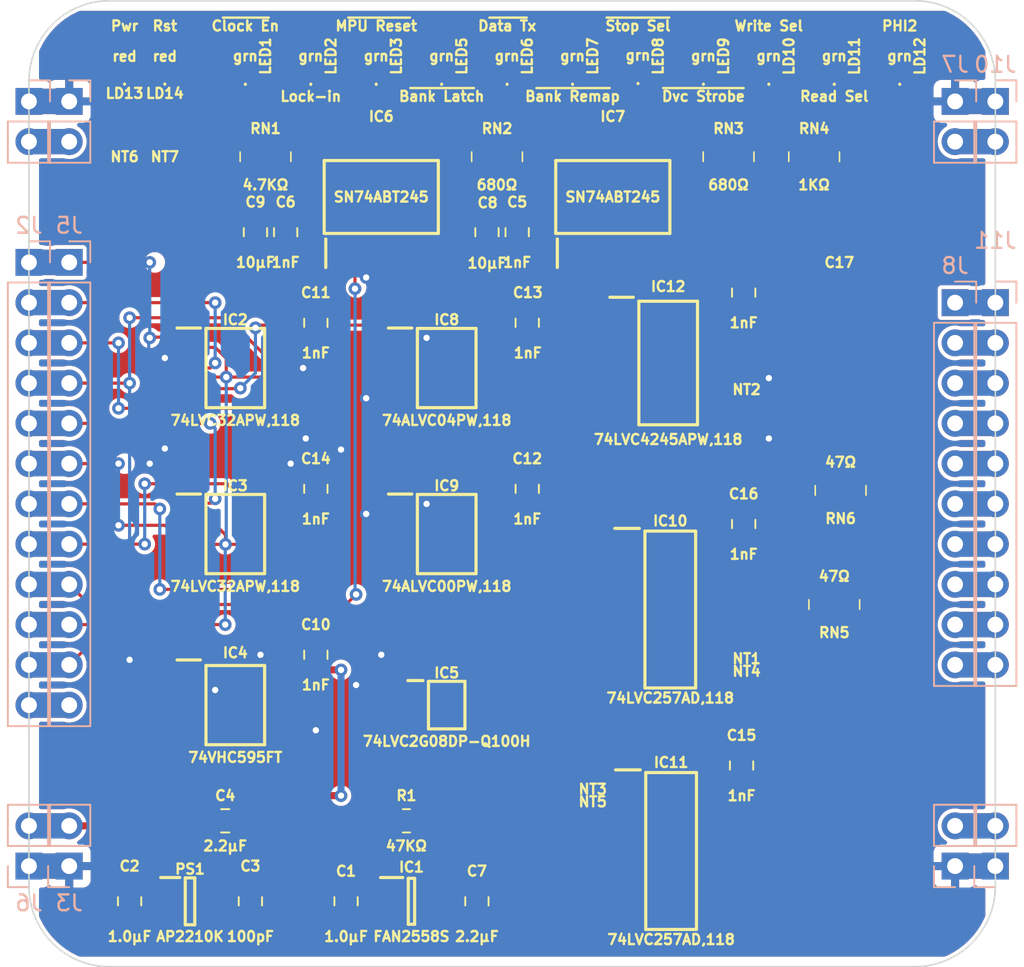
<source format=kicad_pcb>
(kicad_pcb (version 20211014) (generator pcbnew)
  (layers (0 "F.Cu" signal) (31 "B.Cu" signal) (34 "B.Paste" user) (35 "F.Paste" user) (37 "F.SilkS" user "F.Silkscreen") (38 "B.Mask" user) (39 "F.Mask" user) (44 "Edge.Cuts" user))
  (net 0 "")
  (net 1 "GND")
  (net 2 "/Source 5V")
  (net 3 "/~{Power Error}")
  (net 4 "/~{Select 0}")
  (net 5 "/~{Clock Enable}")
  (net 6 "/~{PHI2} Naked")
  (net 7 "/~{Select 1}")
  (net 8 "/~{Select 2}")
  (net 9 "/~{Select 3}")
  (net 10 "/~{Select 4}")
  (net 11 "/~{Select 5}")
  (net 12 "/~{Select 6}")
  (net 13 "/~{Select 7}")
  (net 16 "/Board ~{Reset}")
  (net 22 "/~{Reset}")
  (net 23 "/PHI2 ~{Reset}")
  (net 24 "/~{PHI2}_{1}")
  (net 25 "/Read Selector_{2}")
  (net 35 "Net-(IC6-Pad16)")
  (net 36 "Net-(IC6-Pad17)")
  (net 37 "Net-(IC6-Pad18)")
  (net 38 "/LED Enable")
  (net 39 "Net-(LD14-Pad1)")
  (net 40 "Net-(IC7-Pad11)")
  (net 41 "Net-(IC7-Pad12)")
  (net 42 "Net-(IC7-Pad13)")
  (net 43 "Net-(IC7-Pad14)")
  (net 44 "Net-(IC7-Pad15)")
  (net 45 "Net-(IC7-Pad16)")
  (net 46 "Net-(IC7-Pad17)")
  (net 47 "Net-(IC7-Pad18)")
  (net 48 "/~{Bank Latch}_{1}")
  (net 49 "/~{Bank Latch}_{2}")
  (net 58 "/~{Data Transmit}_{1}")
  (net 59 "/Write Selector_{1}")
  (net 60 "/Read Selector_{1}")
  (net 62 "/MPU Lock-in")
  (net 63 "/~{Bank Latch}")
  (net 64 "/~{Data Transmit}")
  (net 65 "/~{Read Bank Remap}")
  (net 66 "/~{Read Bank Remap}_{2}")
  (net 67 "/~{Read Bank Remap}_{1}")
  (net 69 "/~{Device Strobe}_{1}")
  (net 70 "/~{Device Strobe}_{2}")
  (net 71 "/~{Device Strobe}")
  (net 72 "/Write Selector")
  (net 73 "/Read Selector")
  (net 74 "/~{PHI2}")
  (net 75 "unconnected-(J1-Pad2)")
  (net 76 "unconnected-(J2-Pad12)")
  (net 77 "unconnected-(J10-Pad2)")
  (net 78 "unconnected-(J12-Pad2)")
  (net 79 "Net-(LD13-Pad1)")
  (net 80 "/Power LED")
  (net 81 "/Reset LED")
  (net 82 "Net-(LED1-Pad1)")
  (net 83 "Net-(LED2-Pad1)")
  (net 84 "Net-(LED3-Pad1)")
  (net 85 "Net-(LED5-Pad1)")
  (net 86 "Net-(LED6-Pad1)")
  (net 87 "Net-(LED7-Pad1)")
  (net 88 "Net-(LED8-Pad1)")
  (net 89 "Net-(LED9-Pad1)")
  (net 90 "/~{Stop Selector}")
  (net 93 "3V")
  (net 94 "5V")
  (net 95 "/Select 1 ^{AND} Enable")
  (net 96 "/Select 2 ^{AND} Enable")
  (net 97 "/Select 3 ^{AND} Enable")
  (net 98 "/Select 4 ^{AND} Enable")
  (net 99 "/Select 5 ^{AND} Enable")
  (net 100 "/Select 6 ^{AND} Enable")
  (net 101 "/Select 7 ^{AND} Enable")
  (net 102 "Net-(IC10-Pad4)")
  (net 103 "Net-(IC10-Pad7)")
  (net 104 "Net-(IC10-Pad9)")
  (net 105 "Net-(IC11-Pad4)")
  (net 106 "Net-(IC11-Pad7)")
  (net 107 "Net-(IC11-Pad9)")
  (net 108 "Net-(IC11-Pad12)")
  (net 109 "Net-(IC12-Pad17)")
  (net 110 "Net-(C3-Pad2)")
  (net 111 "Net-(IC12-Pad3)")
  (net 112 "Net-(IC12-Pad4)")
  (net 113 "Net-(IC12-Pad5)")
  (net 114 "Net-(IC12-Pad6)")
  (net 115 "Net-(IC12-Pad7)")
  (net 116 "Net-(IC12-Pad8)")
  (net 117 "Net-(IC12-Pad9)")
  (net 118 "Net-(IC12-Pad10)")
  (net 119 "Net-(LD10-Pad1)")
  (net 120 "Net-(LD11-Pad1)")
  (net 121 "Net-(LD12-Pad1)")
  (footprint "SamacSys_Parts:SOP65P400X110-8N" (layer "F.Cu") (at 168.5925 81.28)
    (fp_text reference "IC5")
    (fp_text value "74LVC2G08DP-Q100H")
  )
  (footprint "Capacitor_SMD:C_0805_2012Metric" (layer "F.Cu") (at 171.1325 51.435 90)
    (fp_text reference "C8")
    (fp_text value "C_Small")
  )
  (footprint "SamacSys_Parts:SOT95P270X145-5N" (layer "F.Cu") (at 166.37 93.6625)
    (fp_text reference "IC1")
    (fp_text value "FAN2558S38X" hide)
  )
  (footprint "SamacSys_Parts:CAY16470J4LF" (layer "F.Cu") (at 193.04 74.93 180)
    (fp_text reference "RN5")
    (fp_text value "CAY16-470J4LF" hide)
  )
  (footprint "SamacSys_Parts:150224VS73100A" (layer "F.Cu") (at 180.6575 40.3225)
    (fp_text reference "LED8")
    (fp_text value "150224VS73100A" hide)
  )
  (footprint "Capacitor_SMD:C_0805_2012Metric" (layer "F.Cu") (at 160.3375 78.105 -90)
    (fp_text reference "C10")
    (fp_text value "C_Small")
  )
  (footprint "Capacitor_SMD:C_0805_2012Metric" (layer "F.Cu") (at 173.0375 51.435 90)
    (fp_text reference "C5")
    (fp_text value "C_Small")
  )
  (footprint "SamacSys_Parts:150224VS73100A" (layer "F.Cu") (at 155.8925 40.37)
    (fp_text reference "LED1")
    (fp_text value "150224VS73100A" hide)
  )
  (footprint "SamacSys_Parts:150224VS73100A" (layer "F.Cu") (at 160.02 40.37)
    (fp_text reference "LED2")
    (fp_text value "150224VS73100A" hide)
  )
  (footprint "Capacitor_SMD:C_0805_2012Metric" (layer "F.Cu") (at 148.59 93.6625 90)
    (fp_text reference "C2")
    (fp_text value "C_Small" hide)
  )
  (footprint "NetTie:NetTie-2_SMD_Pad0.5mm" (layer "F.Cu") (at 150.8125 45.085 90)
    (fp_text reference "NT7")
    (fp_text value "NetTie_2")
  )
  (footprint "NetTie:NetTie-2_SMD_Pad0.5mm" (layer "F.Cu") (at 177.8025 87.3125)
    (fp_text reference "NT3")
    (fp_text value "NetTie_2")
  )
  (footprint "Capacitor_SMD:C_0805_2012Metric" (layer "F.Cu") (at 160.3375 57.15 -90)
    (fp_text reference "C11")
    (fp_text value "C_Small")
  )
  (footprint "Capacitor_SMD:C_0805_2012Metric" (layer "F.Cu") (at 173.6725 57.15 -90)
    (fp_text reference "C13")
    (fp_text value "C_Small")
  )
  (footprint "SamacSys_Parts:150224VS73100A" (layer "F.Cu") (at 176.53 40.37)
    (fp_text reference "LED7")
    (fp_text value "150224VS73100A" hide)
  )
  (footprint "SamacSys_Parts:150224SS73100A" (layer "F.Cu") (at 148.2725 40.386)
    (fp_text reference "LD13")
    (fp_text value "150224SS73100" hide)
  )
  (footprint "SamacSys_Parts:CAY16-J4" (layer "F.Cu") (at 157.1625 46.6725)
    (fp_text reference "RN1")
    (fp_text value "CAY16-472J4LF" hide)
  )
  (footprint "SamacSys_Parts:150224VS73100A" (layer "F.Cu") (at 172.4025 40.37)
    (fp_text reference "LED6")
    (fp_text value "150224VS73100A" hide)
  )
  (footprint "Capacitor_SMD:C_0805_2012Metric" (layer "F.Cu") (at 187.1925 85.09 -90)
    (fp_text reference "C15")
    (fp_text value "C_Small")
  )
  (footprint "SamacSys_Parts:SOIC127P600X175-16N" (layer "F.Cu") (at 182.7475 90.4875)
    (fp_text reference "IC11")
    (fp_text value "74LVC257AD,118")
  )
  (footprint "SamacSys_Parts:SOP65P640X110-14N" (layer "F.Cu") (at 168.5925 60.0075)
    (fp_text reference "IC8")
    (fp_text value "74ALVC04PW,118")
  )
  (footprint "NetTie:NetTie-2_SMD_Pad0.5mm" (layer "F.Cu") (at 148.2725 45.085 90)
    (fp_text reference "NT6")
    (fp_text value "NetTie_2")
  )
  (footprint "Capacitor_SMD:C_0805_2012Metric" (layer "F.Cu") (at 158.4325 51.435 90)
    (fp_text reference "C6")
    (fp_text value "C_Small")
  )
  (footprint "SamacSys_Parts:SOP65P640X120-16N" (layer "F.Cu") (at 155.2575 81.28)
    (fp_text reference "IC4")
    (fp_text value "74VHC595FT")
  )
  (footprint "SamacSys_Parts:CAY16-J4" (layer "F.Cu") (at 191.77 46.6725)
    (fp_text reference "RN4")
    (fp_text value "CAY16-102J4LF" hide)
  )
  (footprint "SamacSys_Parts:SOP65P640X110-24N" (layer "F.Cu") (at 182.5625 59.69)
    (fp_text reference "IC12")
    (fp_text value "74LVC4245APW,118")
  )
  (footprint "Resistor_SMD:R_0805_2012Metric" (layer "F.Cu") (at 166.0525 88.5825 180)
    (fp_text reference "R1")
    (fp_text value "R_Small")
  )
  (footprint "SamacSys_Parts:150224VS73100A" (layer "F.Cu") (at 164.1475 40.37)
    (fp_text reference "LED3")
    (fp_text value "150224VS73100A" hide)
  )
  (footprint "SamacSys_Parts:SOP65P780X200-20N" (layer "F.Cu") (at 164.465 49.2125 90)
    (fp_text reference "IC6")
    (fp_text value "SN74ABT245")
  )
  (footprint "SamacSys_Parts:CAY16470J4LF" (layer "F.Cu") (at 193.44 67.73 180)
    (fp_text reference "RN6")
    (fp_text value "CAY16-470J4LF" hide)
  )
  (footprint "Capacitor_SMD:C_0805_2012Metric" (layer "F.Cu") (at 160.3375 67.63 -90)
    (fp_text reference "C14")
    (fp_text value "C_Small")
  )
  (footprint "NetTie:NetTie-2_SMD_Pad0.5mm" (layer "F.Cu") (at 187.5075 60.6425 180)
    (fp_text reference "NT2")
    (fp_text value "NetTie_2")
  )
  (footprint "Capacitor_SMD:C_0805_2012Metric" (layer "F.Cu") (at 173.6725 67.63 -90)
    (fp_text reference "C12")
    (fp_text value "C_Small")
  )
  (footprint "SamacSys_Parts:150224VS73100A" (layer "F.Cu") (at 193.04 40.37)
    (fp_text reference "LD11")
    (fp_text value "150224VS73100A" hide)
  )
  (footprint "SamacSys_Parts:CAY16-J4" (layer "F.Cu") (at 186.3725 46.6725)
    (fp_text reference "RN3")
    (fp_text value "CAY16-681J4LF" hide)
  )
  (footprint "SamacSys_Parts:SOP65P780X200-20N" (layer "F.Cu") (at 179.07 49.2125 90)
    (fp_text reference "IC7")
    (fp_text value "SN74ABT245")
  )
  (footprint "SamacSys_Parts:SOP65P640X110-14N" (layer "F.Cu") (at 168.5925 70.485)
    (fp_text reference "IC9")
    (fp_text value "74ALVC00PW,118")
  )
  (footprint "SamacSys_Parts:CAY16-J4" (layer "F.Cu") (at 171.7675 46.6725)
    (fp_text reference "RN2")
    (fp_text value "CAY16-681J4LF" hide)
  )
  (footprint "Capacitor_SMD:C_0805_2012Metric" (layer "F.Cu") (at 156.5275 51.435 90)
    (fp_text reference "C9")
    (fp_text value "C_Small" hide)
  )
  (footprint "Capacitor_SMD:C_0805_2012Metric" (layer "F.Cu") (at 187.325 69.85 -90)
    (fp_text reference "C16")
    (fp_text value "C_Small")
  )
  (footprint "SamacSys_Parts:SOIC127P600X175-16N" (layer "F.Cu") (at 182.695 75.2475)
    (fp_text reference "IC10")
    (fp_text value "74LVC257AD,118")
  )
  (footprint "Capacitor_SMD:C_0805_2012Metric" (layer "F.Cu") (at 154.6225 88.5825 180)
    (fp_text reference "C4")
    (fp_text value "C_Small")
  )
  (footprint "Capacitor_SMD:C_0805_2012Metric" (layer "F.Cu") (at 187.325 55.245 -90)
    (fp_text reference "C17")
    (fp_text value "C_Small")
  )
  (footprint "NetTie:NetTie-2_SMD_Pad0.5mm" (layer "F.Cu") (at 177.8025 88.5825)
    (fp_text reference "NT5")
    (fp_text value "NetTie_2")
  )
  (footprint "NetTie:NetTie-2_SMD_Pad0.5mm" (layer "F.Cu") (at 187.5075 78.4225 180)
    (fp_text reference "NT4")
    (fp_text value "NetTie_2")
  )
  (footprint "Capacitor_SMD:C_0805_2012Metric" (layer "F.Cu") (at 162.2425 93.6625 90)
    (fp_text reference "C1")
    (fp_text value "C_Small")
  )
  (footprint "SamacSys_Parts:SOP65P640X110-14N" (layer "F.Cu") (at 155.2575 60.0075)
    (fp_text reference "IC2")
    (fp_text value "74LVC32APW,118")
  )
  (footprint "SamacSys_Parts:150224VS73100A" (layer "F.Cu") (at 197.1675 40.37)
    (fp_text reference "LD12")
    (fp_text value "150224VS73100A" hide)
  )
  (footprint "SamacSys_Parts:SOT95P282X130-5N" (layer "F.Cu") (at 152.4 93.6625)
    (fp_text reference "PS1")
    (fp_text value "AP2210K-5.0TRG1" hide)
  )
  (footprint "SamacSys_Parts:150224VS73100A" (layer "F.Cu") (at 184.785 40.37)
    (fp_text reference "LED9")
    (fp_text value "150224VS73100A" hide)
  )
  (footprint "Capacitor_SMD:C_0805_2012Metric" (layer "F.Cu") (at 170.4975 93.6625 90)
    (fp_text reference "C7")
    (fp_text value "C_Small")
  )
  (footprint "SamacSys_Parts:SOP65P640X110-14N" (layer "F.Cu") (at 155.2575 70.485)
    (fp_text reference "IC3")
    (fp_text value "74LVC32APW,118")
  )
  (footprint "NetTie:NetTie-2_SMD_Pad0.5mm" (layer "F.Cu") (at 187.5075 77.1525 180)
    (fp_text reference "NT1")
    (fp_text value "NetTie_2")
  )
  (footprint "SamacSys_Parts:150224VS73100A" (layer "F.Cu") (at 188.9125 40.37)
    (fp_text reference "LD10")
    (fp_text value "150224VS73100A" hide)
  )
  (footprint "SamacSys_Parts:150224SS73100A" (layer "F.Cu") (at 150.8125 40.386)
    (fp_text reference "LD14")
    (fp_text value "150224SS73100" hide)
  )
  (footprint "SamacSys_Parts:150224VS73100A" (layer "F.Cu") (at 168.275 40.37)
    (fp_text reference "LED5")
    (fp_text value "150224VS73100A" hide)
  )
  (footprint "Capacitor_SMD:C_0805_2012Metric" (layer "F.Cu") (at 156.21 93.6625 -90)
    (fp_text reference "C3")
    (fp_text value "C_Small")
  )
  (footprint "Connector_PinHeader_2.54mm:PinHeader_1x02_P2.54mm_Vertical" (layer "B.Cu") (at 200.66 91.44)
    (fp_text reference "J12" hide)
    (fp_text value "Conn_01x02_Male" hide)
  )
  (footprint "Connector_PinHeader_2.54mm:PinHeader_1x12_P2.54mm_Vertical" (layer "B.Cu") (at 142.24 53.34 180)
    (fp_text reference "J2")
    (fp_text value "Conn_01x12_Male")
  )
  (footprint "Connector_PinHeader_2.54mm:PinHeader_1x02_P2.54mm_Vertical" (layer "B.Cu") (at 142.24 91.44)
    (fp_text reference "J6")
    (fp_text value "Conn_01x02_Male")
  )
  (footprint "Connector_PinHeader_2.54mm:PinHeader_1x02_P2.54mm_Vertical" (layer "B.Cu") (at 142.24 43.18 180)
    (fp_text reference "J4" hide)
    (fp_text value "Conn_01x02_Male" hide)
  )
  (footprint "Connector_PinHeader_2.54mm:PinHeader_1x02_P2.54mm_Vertical" (layer "B.Cu") (at 144.78 91.44)
    (fp_text reference "J3")
    (fp_text value "Conn_01x02_Male")
  )
  (footprint "Connector_PinHeader_2.54mm:PinHeader_1x12_P2.54mm_Vertical" (layer "B.Cu") (at 144.78 53.34 180)
    (fp_text reference "J5")
    (fp_text value "Conn_01x12_Male")
  )
  (footprint "Connector_PinHeader_2.54mm:PinHeader_1x02_P2.54mm_Vertical" (layer "B.Cu") (at 203.2 43.18 180)
    (fp_text reference "J10")
    (fp_text value "Conn_01x02_Male")
  )
  (footprint "Connector_PinHeader_2.54mm:PinHeader_1x10_P2.54mm_Vertical" (layer "B.Cu") (at 200.66 55.88 180)
    (fp_text reference "J8")
    (fp_text value "Conn_01x10_Male")
  )
  (footprint "Connector_PinHeader_2.54mm:PinHeader_1x02_P2.54mm_Vertical" (layer "B.Cu") (at 144.78 43.18 180)
    (fp_text reference "J1" hide)
    (fp_text value "Conn_01x02_Male" hide)
  )
  (footprint "Connector_PinHeader_2.54mm:PinHeader_1x02_P2.54mm_Vertical" (layer "B.Cu") (at 200.66 43.18 180)
    (fp_text reference "J7")
    (fp_text value "Conn_01x02_Male")
  )
  (footprint "Connector_PinHeader_2.54mm:PinHeader_1x10_P2.54mm_Vertical" (layer "B.Cu") (at 203.2 55.88 180)
    (fp_text reference "J11")
    (fp_text value "Conn_01x10_Male")
  )
  (footprint "Connector_PinHeader_2.54mm:PinHeader_1x02_P2.54mm_Vertical" (layer "B.Cu") (at 203.2 91.44)
    (fp_text reference "J9" hide)
    (fp_text value "Conn_01x02_Male" hide)
  )
  (gr_line (start 142.239996 41.91) (end 142.24 92.71) (layer "Edge.Cuts") (width 0.1))
  (gr_line (start 198.12 97.79) (end 147.32 97.79) (layer "Edge.Cuts") (width 0.1))
  (gr_arc (start 142.239996 41.91) (mid 143.727894 38.317898) (end 147.319996 36.83) (layer "Edge.Cuts") (width 0.1))
  (gr_arc (start 198.12 36.83) (mid 201.7121 38.3179) (end 203.2 41.91) (layer "Edge.Cuts") (width 0.1))
  (gr_line (start 203.2 92.71) (end 203.2 41.91) (layer "Edge.Cuts") (width 0.1))
  (gr_line (start 147.319992 36.83) (end 198.12 36.83) (layer "Edge.Cuts") (width 0.1))
  (gr_arc (start 147.32 97.79) (mid 143.727896 96.302104) (end 142.24 92.71) (layer "Edge.Cuts") (width 0.1))
  (gr_arc (start 203.2 92.71) (mid 201.712104 96.302104) (end 198.12 97.79) (layer "Edge.Cuts") (width 0.1))
  (gr_text "M~{PU Rese}t" (at 164.1475 38.4175) (layer "F.SilkS") (effects (font (size 0.635 0.635))))
  (gr_text "C~{lock E}n" (at 155.8925 38.4175) (layer "F.SilkS") (effects (font (size 0.635 0.635))))
  (gr_text "Pwr" (at 148.2725 38.4175) (layer "F.SilkS") (effects (font (size 0.635 0.635))))
  (gr_text "~{Dvc Strobe}" (at 184.785 42.8625) (layer "F.SilkS") (effects (font (size 0.635 0.635))))
  (gr_text "B~{ank Rema}p" (at 176.53 42.8625) (layer "F.SilkS") (effects (font (size 0.635 0.635))))
  (gr_text "Read Sel" (at 193.04 42.8625) (layer "F.SilkS") (effects (font (size 0.635 0.635))))
  (gr_text "~{Stop Sel}" (at 180.6575 38.4175) (layer "F.SilkS") (effects (font (size 0.635 0.635))))
  (gr_text "Rst" (at 150.8125 38.4175) (layer "F.SilkS") (effects (font (size 0.635 0.635))))
  (gr_text "Write Sel" (at 188.9125 38.4175) (layer "F.SilkS") (effects (font (size 0.635 0.635))))
  (gr_text "B~{ank Latc}h" (at 168.275 42.8625) (layer "F.SilkS") (effects (font (size 0.635 0.635))))
  (gr_text "PHI2" (at 197.1675 38.4175) (layer "F.SilkS") (effects (font (size 0.635 0.635))))
  (gr_text "D~{ata T}x" (at 172.4025 38.4175) (layer "F.SilkS") (effects (font (size 0.635 0.635))))
  (gr_text "Lock-in" (at 160.02 42.8625) (layer "F.SilkS") (effects (font (size 0.635 0.635))))
  (segment (start 200.66 43.18) (end 203.2 43.18) (width 1.6) (layer "F.Cu") (net 1))
  (segment (start 144.78 91.44) (end 142.24 91.44) (width 1.6) (layer "F.Cu") (net 1))
  (segment (start 142.24 43.18) (end 144.78 43.18) (width 1.6) (layer "F.Cu") (net 1))
  (segment (start 203.2 91.44) (end 200.66 91.44) (width 1.6) (layer "F.Cu") (net 1))
  (segment (start 144.78 43.18) (end 142.24 43.18) (width 1.6) (layer "B.Cu") (net 1))
  (segment (start 200.66 91.44) (end 203.2 91.44) (width 1.6) (layer "B.Cu") (net 1))
  (segment (start 142.24 91.44) (end 144.78 91.44) (width 1.6) (layer "B.Cu") (net 1))
  (segment (start 203.2 43.18) (end 200.66 43.18) (width 1.6) (layer "B.Cu") (net 1))
  (segment (start 164.220978 94.6125) (end 163.8325 94.224022) (width 0.45) (layer "F.Cu") (net 2))
  (segment (start 159.705 95.5675) (end 162.2425 92.7125) (width 0.45) (layer "F.Cu") (net 2))
  (segment (start 163.8325 94.224022) (end 163.8325 92.7125) (width 0.45) (layer "F.Cu") (net 2))
  (segment (start 151.15 94.6125) (end 152.105 95.5675) (width 0.45) (layer "F.Cu") (net 2))
  (segment (start 142.24 88.9) (end 144.78 88.9) (width 1.6) (layer "F.Cu") (net 2))
  (segment (start 151.949022 92.7125) (end 151.15 92.7125) (width 0.45) (layer "F.Cu") (net 2))
  (segment (start 152.105 95.5675) (end 159.705 95.5675) (width 0.45) (layer "F.Cu") (net 2))
  (segment (start 152.174511 94.387011) (end 152.174511 92.937989) (width 0.45) (layer "F.Cu") (net 2))
  (segment (start 165.12 88.6025) (end 165.12 92.7125) (width 0.45) (layer "F.Cu") (net 2))
  (segment (start 146.3675 88.9) (end 148.59 91.1225) (width 0.45) (layer "F.Cu") (net 2))
  (segment (start 151.949022 94.6125) (end 152.174511 94.387011) (width 0.45) (layer "F.Cu") (net 2))
  (segment (start 162.2425 92.7125) (end 163.8325 92.7125) (width 0.45) (layer "F.Cu") (net 2))
  (segment (start 148.59 92.7125) (end 151.15 92.7125) (width 0.45) (layer "F.Cu") (net 2))
  (segment (start 163.8325 92.7125) (end 165.12 92.7125) (width 0.45) (layer "F.Cu") (net 2))
  (segment (start 152.174511 92.937989) (end 151.949022 92.7125) (width 0.45) (layer "F.Cu") (net 2))
  (segment (start 165.14 88.5825) (end 165.12 88.6025) (width 0.45) (layer "F.Cu") (net 2))
  (segment (start 148.59 91.1225) (end 148.59 92.7125) (width 0.45) (layer "F.Cu") (net 2))
  (segment (start 151.15 94.6125) (end 151.949022 94.6125) (width 0.45) (layer "F.Cu") (net 2))
  (segment (start 165.12 94.6125) (end 164.220978 94.6125) (width 0.45) (layer "F.Cu") (net 2))
  (segment (start 144.78 88.9) (end 146.3675 88.9) (width 0.45) (layer "F.Cu") (net 2))
  (segment (start 144.78 88.9) (end 142.24 88.9) (width 1.6) (layer "B.Cu") (net 2))
  (segment (start 203.2 78.74) (end 200.66 78.74) (width 1.6) (layer "F.Cu") (net 3))
  (segment (start 167.62 94.6125) (end 166.620489 93.612989) (width 0.2) (layer "F.Cu") (net 3))
  (segment (start 166.620489 93.612989) (end 166.620489 92.112989) (width 0.2) (layer "F.Cu") (net 3))
  (segment (start 166.620489 92.112989) (end 167.005 91.728478) (width 0.2) (layer "F.Cu") (net 3))
  (segment (start 167.005 88.6225) (end 166.965 88.5825) (width 0.2) (layer "F.Cu") (net 3))
  (segment (start 167.005 91.728478) (end 167.005 88.6225) (width 0.2) (layer "F.Cu") (net 3))
  (segment (start 200.66 78.74) (end 203.2 78.74) (width 1.6) (layer "B.Cu") (net 3))
  (segment (start 170.5675 82.255) (end 169.955 82.8675) (width 0.2) (layer "F.Cu") (net 4))
  (segment (start 142.24 53.34) (end 144.78 53.34) (width 1.6) (layer "F.Cu") (net 4))
  (segment (start 158.75 66.04) (end 149.86 66.04) (width 0.2) (layer "F.Cu") (net 4))
  (segment (start 152.3195 58.0575) (end 149.905 58.0575) (width 0.2) (layer "F.Cu") (net 4))
  (segment (start 169.955 82.8675) (end 160.3375 82.8675) (width 0.2) (layer "F.Cu") (net 4))
  (segment (start 144.78 53.34) (end 149.86 53.34) (width 0.2) (layer "F.Cu") (net 4))
  (segment (start 149.905 58.0575) (end 149.86 58.1025) (width 0.2) (layer "F.Cu") (net 4))
  (via (at 158.75 66.04) (size 0.8) (drill 0.4) (layers "F.Cu" "B.Cu") (net 4))
  (via (at 149.86 66.04) (size 0.8) (drill 0.4) (layers "F.Cu" "B.Cu") (net 4))
  (via (at 149.86 58.1025) (size 0.8) (drill 0.4) (layers "F.Cu" "B.Cu") (net 4))
  (via (at 160.3375 82.8675) (size 0.8) (drill 0.4) (layers "F.Cu" "B.Cu") (net 4))
  (via (at 149.86 53.34) (size 0.8) (drill 0.4) (layers "F.Cu" "B.Cu") (net 4))
  (segment (start 158.75 66.04) (end 158.75 81.28) (width 0.2) (layer "B.Cu") (net 4))
  (segment (start 144.78 53.34) (end 142.24 53.34) (width 1.6) (layer "B.Cu") (net 4))
  (segment (start 158.75 81.28) (end 160.3375 82.8675) (width 0.2) (layer "B.Cu") (net 4))
  (segment (start 149.795499 58.167001) (end 149.86 58.1025) (width 0.2) (layer "B.Cu") (net 4))
  (segment (start 149.86 66.04) (end 149.795499 65.975499) (width 0.2) (layer "B.Cu") (net 4))
  (segment (start 149.86 58.1025) (end 149.86 53.34) (width 0.2) (layer "B.Cu") (net 4))
  (segment (start 149.795499 65.975499) (end 149.795499 58.167001) (width 0.2) (layer "B.Cu") (net 4))
  (segment (start 159.107022 69.185) (end 159.232511 69.310489) (width 0.2) (layer "F.Cu") (net 5))
  (segment (start 152.3195 71.135) (end 154.6375 71.135) (width 0.2) (layer "F.Cu") (net 5))
  (segment (start 154.6375 70.536745) (end 154.6375 71.135) (width 0.2) (layer "F.Cu") (net 5))
  (segment (start 154.6375 71.135) (end 158.1955 71.135) (width 0.2) (layer "F.Cu") (net 5))
  (segment (start 152.399001 60.577999) (end 158.115999 60.577999) (width 0.2) (layer "F.Cu") (net 5))
  (segment (start 158.1955 60.6575) (end 158.245001 60.707001) (width 0.2) (layer "F.Cu") (net 5))
  (segment (start 158.115999 60.577999) (end 158.1955 60.6575) (width 0.2) (layer "F.Cu") (net 5))
  (segment (start 158.245001 60.707001) (end 159.822246 60.707001) (width 0.2) (layer "F.Cu") (net 5))
  (segment (start 152.3195 60.6575) (end 152.399001 60.577999) (width 0.2) (layer "F.Cu") (net 5))
  (segment (start 159.284994 58.7075) (end 158.1955 58.7075) (width 0.2) (layer "F.Cu") (net 5))
  (segment (start 159.822246 60.707001) (end 160.232003 60.297244) (width 0.2) (layer "F.Cu") (net 5))
  (segment (start 159.232511 69.310489) (end 159.232511 71.035489) (width 0.2) (layer "F.Cu") (net 5))
  (segment (start 154.687001 59.400256) (end 154.687001 60.577999) (width 0.2) (layer "F.Cu") (net 5))
  (segment (start 152.3195 69.185) (end 153.285755 69.185) (width 0.2) (layer "F.Cu") (net 5))
  (segment (start 144.78 76.2) (end 142.24 76.2) (width 1.6) (layer "F.Cu") (net 5))
  (segment (start 158.1955 69.185) (end 159.107022 69.185) (width 0.2) (layer "F.Cu") (net 5))
  (segment (start 159.232511 71.035489) (end 159.133 71.135) (width 0.2) (layer "F.Cu") (net 5))
  (segment (start 153.994245 58.7075) (end 154.687001 59.400256) (width 0.2) (layer "F.Cu") (net 5))
  (segment (start 160.232003 60.297244) (end 160.232003 59.654509) (width 0.2) (layer "F.Cu") (net 5))
  (segment (start 160.232003 59.654509) (end 159.284994 58.7075) (width 0.2) (layer "F.Cu") (net 5))
  (segment (start 152.3195 58.7075) (end 153.994245 58.7075) (width 0.2) (layer "F.Cu") (net 5))
  (segment (start 153.285755 69.185) (end 154.6375 70.536745) (width 0.2) (layer "F.Cu") (net 5))
  (segment (start 159.133 71.135) (end 158.1955 71.135) (width 0.2) (layer "F.Cu") (net 5))
  (segment (start 144.78 76.2) (end 154.6225 76.2) (width 0.2) (layer "F.Cu") (net 5))
  (via (at 154.687001 60.577999) (size 0.8) (drill 0.4) (layers "F.Cu" "B.Cu") (net 5))
  (via (at 154.6225 76.2) (size 0.8) (drill 0.4) (layers "F.Cu" "B.Cu") (net 5))
  (via (at 154.6375 71.135) (size 0.8) (drill 0.4) (layers "F.Cu" "B.Cu") (net 5))
  (segment (start 154.6375 71.135) (end 154.687001 71.085499) (width 0.2) (layer "B.Cu") (net 5))
  (segment (start 154.687001 71.085499) (end 154.687001 60.577999) (width 0.2) (layer "B.Cu") (net 5))
  (segment (start 154.6225 76.2) (end 154.6225 71.15) (width 0.2) (layer "B.Cu") (net 5))
  (segment (start 142.24 76.2) (end 144.78 76.2) (width 1.6) (layer "B.Cu") (net 5))
  (segment (start 154.6225 71.15) (end 154.6375 71.135) (width 0.2) (layer "B.Cu") (net 5))
  (segment (start 161.925 65.152) (end 150.877 65.152) (width 0.2) (layer "F.Cu") (net 6))
  (segment (start 150.8275 59.3575) (end 150.8125 59.3725) (width 0.2) (layer "F.Cu") (net 6))
  (segment (start 152.3195 59.3575) (end 150.8275 59.3575) (width 0.2) (layer "F.Cu") (net 6))
  (segment (start 163.1725 80.305) (end 162.8775 80.01) (width 0.2) (layer "F.Cu") (net 6))
  (segment (start 166.6175 80.305) (end 163.1725 80.305) (width 0.2) (layer "F.Cu") (net 6))
  (segment (start 150.877 65.152) (end 150.8125 65.0875) (width 0.2) (layer "F.Cu") (net 6))
  (via (at 162.8775 80.01) (size 0.8) (drill 0.4) (layers "F.Cu" "B.Cu") (net 6))
  (via (at 150.8125 59.3725) (size 0.8) (drill 0.4) (layers "F.Cu" "B.Cu") (net 6))
  (via (at 150.8125 65.0875) (size 0.8) (drill 0.4) (layers "F.Cu" "B.Cu") (net 6))
  (via (at 161.925 65.152) (size 0.8) (drill 0.4) (layers "F.Cu" "B.Cu") (net 6))
  (segment (start 162.8775 80.01) (end 162.8775 75.565) (width 0.2) (layer "B.Cu") (net 6))
  (segment (start 162.8775 75.565) (end 161.925 74.6125) (width 0.2) (layer "B.Cu") (net 6))
  (segment (start 150.495 64.77) (end 150.8125 65.0875) (width 0.2) (layer "B.Cu") (net 6))
  (segment (start 150.495 59.69) (end 150.495 64.77) (width 0.2) (layer "B.Cu") (net 6))
  (segment (start 161.925 74.6125) (end 161.925 65.152) (width 0.2) (layer "B.Cu") (net 6))
  (segment (start 150.8125 59.3725) (end 150.495 59.69) (width 0.2) (layer "B.Cu") (net 6))
  (segment (start 152.3195 60.0075) (end 153.67 60.0075) (width 0.2) (layer "F.Cu") (net 7))
  (segment (start 153.67 60.0075) (end 153.9875 59.69) (width 0.2) (layer "F.Cu") (net 7))
  (segment (start 153.9875 55.88) (end 144.78 55.88) (width 0.2) (layer "F.Cu") (net 7))
  (segment (start 144.78 55.88) (end 142.24 55.88) (width 1.6) (layer "F.Cu") (net 7))
  (via (at 153.9875 59.69) (size 0.8) (drill 0.4) (layers "F.Cu" "B.Cu") (net 7))
  (via (at 153.9875 55.88) (size 0.8) (drill 0.4) (layers "F.Cu" "B.Cu") (net 7))
  (segment (start 142.24 55.88) (end 144.78 55.88) (width 1.6) (layer "B.Cu") (net 7))
  (segment (start 153.9875 59.69) (end 153.9875 55.88) (width 0.2) (layer "B.Cu") (net 7))
  (segment (start 157.258 61.3075) (end 156.018 62.5475) (width 0.2) (layer "F.Cu") (net 8))
  (segment (start 158.1955 61.3075) (end 157.258 61.3075) (width 0.2) (layer "F.Cu") (net 8))
  (segment (start 144.78 58.42) (end 147.8905 58.42) (width 0.2) (layer "F.Cu") (net 8))
  (segment (start 156.018 62.5475) (end 147.8905 62.5475) (width 0.2) (layer "F.Cu") (net 8))
  (segment (start 142.24 58.42) (end 144.78 58.42) (width 1.6) (layer "F.Cu") (net 8))
  (via (at 147.8905 62.5475) (size 0.8) (drill 0.4) (layers "F.Cu" "B.Cu") (net 8))
  (via (at 147.8905 58.42) (size 0.8) (drill 0.4) (layers "F.Cu" "B.Cu") (net 8))
  (segment (start 144.78 58.42) (end 142.24 58.42) (width 1.6) (layer "B.Cu") (net 8))
  (segment (start 147.8905 58.42) (end 147.8905 62.5475) (width 0.2) (layer "B.Cu") (net 8))
  (segment (start 188.9125 60.6425) (end 188.0075 60.6425) (width 0.2) (layer "F.Cu") (net 9))
  (segment (start 158.1955 59.3575) (end 159.133 59.3575) (width 0.2) (layer "F.Cu") (net 9))
  (segment (start 157.258 81.605) (end 154.133489 78.480489) (width 0.2) (layer "F.Cu") (net 9))
  (segment (start 157.283978 59.3575) (end 158.1955 59.3575) (width 0.2) (layer "F.Cu") (net 9))
  (segment (start 159.7025 64.4525) (end 188.9125 64.4525) (width 0.2) (layer "F.Cu") (net 9))
  (segment (start 154.758978 56.8325) (end 157.283978 59.3575) (width 0.2) (layer "F.Cu") (net 9))
  (segment (start 148.59 56.8325) (end 154.758978 56.8325) (width 0.2) (layer "F.Cu") (net 9))
  (segment (start 158.1955 82.255) (end 158.1955 81.605) (width 0.2) (layer "F.Cu") (net 9))
  (segment (start 158.1955 81.605) (end 157.258 81.605) (width 0.2) (layer "F.Cu") (net 9))
  (segment (start 159.133 59.3575) (end 159.532502 59.757002) (width 0.2) (layer "F.Cu") (net 9))
  (segment (start 159.532502 59.757002) (end 159.532502 60.0075) (width 0.2) (layer "F.Cu") (net 9))
  (segment (start 154.133489 78.480489) (end 148.647989 78.480489) (width 0.2) (layer "F.Cu") (net 9))
  (segment (start 144.78 60.96) (end 148.59 60.96) (width 0.2) (layer "F.Cu") (net 9))
  (segment (start 148.647989 78.480489) (end 148.59 78.4225) (width 0.2) (layer "F.Cu") (net 9))
  (segment (start 144.78 60.96) (end 142.24 60.96) (width 1.6) (layer "F.Cu") (net 9))
  (via (at 148.59 56.8325) (size 0.8) (drill 0.4) (layers "F.Cu" "B.Cu") (net 9))
  (via (at 159.7025 64.4525) (size 0.8) (drill 0.4) (layers "F.Cu" "B.Cu") (net 9))
  (via (at 188.9125 64.4525) (size 0.8) (drill 0.4) (layers "F.Cu" "B.Cu") (net 9))
  (via (at 188.9125 60.6425) (size 0.8) (drill 0.4) (layers "F.Cu" "B.Cu") (net 9))
  (via (at 159.532502 60.0075) (size 0.8) (drill 0.4) (layers "F.Cu" "B.Cu") (net 9))
  (via (at 148.59 78.4225) (size 0.8) (drill 0.4) (layers "F.Cu" "B.Cu") (net 9))
  (via (at 148.59 60.96) (size 0.8) (drill 0.4) (layers "F.Cu" "B.Cu") (net 9))
  (segment (start 148.59 60.96) (end 148.59 78.4225) (width 0.2) (layer "B.Cu") (net 9))
  (segment (start 148.59 57.15) (end 148.59 56.8325) (width 0.2) (layer "B.Cu") (net 9))
  (segment (start 188.9125 64.4525) (end 188.9125 60.6425) (width 0.2) (layer "B.Cu") (net 9))
  (segment (start 142.24 60.96) (end 144.78 60.96) (width 1.6) (layer "B.Cu") (net 9))
  (segment (start 159.532502 64.282502) (end 159.7025 64.4525) (width 0.2) (layer "B.Cu") (net 9))
  (segment (start 159.532502 60.0075) (end 159.532502 64.282502) (width 0.2) (layer "B.Cu") (net 9))
  (segment (start 148.59 60.96) (end 148.59 57.15) (width 0.2) (layer "B.Cu") (net 9))
  (segment (start 144.78 63.5) (end 153.67 63.5) (width 0.2) (layer "F.Cu") (net 10))
  (segment (start 152.3195 68.535) (end 153.715 68.535) (width 0.2) (layer "F.Cu") (net 10))
  (segment (start 153.715 68.535) (end 153.9875 68.2625) (width 0.2) (layer "F.Cu") (net 10))
  (segment (start 142.24 63.5) (end 144.78 63.5) (width 1.6) (layer "F.Cu") (net 10))
  (via (at 153.9875 68.2625) (size 0.8) (drill 0.4) (layers "F.Cu" "B.Cu") (net 10))
  (via (at 153.67 63.5) (size 0.8) (drill 0.4) (layers "F.Cu" "B.Cu") (net 10))
  (segment (start 153.67 63.5) (end 153.9875 63.8175) (width 0.2) (layer "B.Cu") (net 10))
  (segment (start 153.9875 63.8175) (end 153.9875 68.2625) (width 0.2) (layer "B.Cu") (net 10))
  (segment (start 144.78 63.5) (end 142.24 63.5) (width 1.6) (layer "B.Cu") (net 10))
  (segment (start 150.828676 69.931676) (end 147.8905 69.931676) (width 0.2) (layer "F.Cu") (net 11))
  (segment (start 144.78 66.04) (end 142.24 66.04) (width 1.6) (layer "F.Cu") (net 11))
  (segment (start 151.382 70.485) (end 150.828676 69.931676) (width 0.2) (layer "F.Cu") (net 11))
  (segment (start 152.3195 70.485) (end 151.382 70.485) (width 0.2) (layer "F.Cu") (net 11))
  (segment (start 144.78 66.04) (end 147.8905 66.04) (width 0.2) (layer "F.Cu") (net 11))
  (via (at 147.8905 66.04) (size 0.8) (drill 0.4) (layers "F.Cu" "B.Cu") (net 11))
  (via (at 147.8905 69.931676) (size 0.8) (drill 0.4) (layers "F.Cu" "B.Cu") (net 11))
  (segment (start 147.8905 69.931676) (end 147.8905 66.04) (width 0.2) (layer "B.Cu") (net 11))
  (segment (start 142.24 66.04) (end 144.78 66.04) (width 1.6) (layer "B.Cu") (net 11))
  (segment (start 150.1775 68.58) (end 150.495 68.8975) (width 0.2) (layer "F.Cu") (net 12))
  (segment (start 150.495 73.9775) (end 155.0655 73.9775) (width 0.2) (layer "F.Cu") (net 12))
  (segment (start 155.0655 73.9775) (end 157.258 71.785) (width 0.2) (layer "F.Cu") (net 12))
  (segment (start 142.24 68.58) (end 144.78 68.58) (width 1.6) (layer "F.Cu") (net 12))
  (segment (start 144.78 68.58) (end 150.1775 68.58) (width 0.2) (layer "F.Cu") (net 12))
  (segment (start 157.258 71.785) (end 158.1955 71.785) (width 0.2) (layer "F.Cu") (net 12))
  (via (at 150.495 73.9775) (size 0.8) (drill 0.4) (layers "F.Cu" "B.Cu") (net 12))
  (via (at 150.495 68.8975) (size 0.8) (drill 0.4) (layers "F.Cu" "B.Cu") (net 12))
  (segment (start 144.78 68.58) (end 142.24 68.58) (width 1.6) (layer "B.Cu") (net 12))
  (segment (start 150.495 68.8975) (end 150.495 73.9775) (width 0.2) (layer "B.Cu") (net 12))
  (segment (start 144.78 71.12) (end 149.5425 71.12) (width 0.2) (layer "F.Cu") (net 13))
  (segment (start 154.733 67.31) (end 157.258 69.835) (width 0.2) (layer "F.Cu") (net 13))
  (segment (start 144.78 71.12) (end 142.24 71.12) (width 1.6) (layer "F.Cu") (net 13))
  (segment (start 157.258 69.835) (end 158.1955 69.835) (width 0.2) (layer "F.Cu") (net 13))
  (segment (start 149.5425 67.31) (end 154.733 67.31) (width 0.2) (layer "F.Cu") (net 13))
  (via (at 149.5425 71.12) (size 0.8) (drill 0.4) (layers "F.Cu" "B.Cu") (net 13))
  (via (at 149.5425 67.31) (size 0.8) (drill 0.4) (layers "F.Cu" "B.Cu") (net 13))
  (segment (start 142.24 71.12) (end 144.78 71.12) (width 1.6) (layer "B.Cu") (net 13))
  (segment (start 149.5425 71.12) (end 149.5425 67.31) (width 0.2) (layer "B.Cu") (net 13))
  (segment (start 200.66 76.2) (end 203.2 76.2) (width 1.6) (layer "F.Cu") (net 16))
  (segment (start 152.342 80.3275) (end 152.3195 80.305) (width 0.2) (layer "F.Cu") (net 16))
  (segment (start 164.465 78.105) (end 156.845 78.105) (width 0.2) (layer "F.Cu") (net 16))
  (segment (start 163.49 54.27) (end 163.5125 54.2925) (width 0.2) (layer "F.Cu") (net 16))
  (segment (start 163.49 52.7625) (end 163.49 54.27) (width 0.2) (layer "F.Cu") (net 16))
  (segment (start 153.9875 80.3275) (end 152.342 80.3275) (width 0.2) (layer "F.Cu") (net 16))
  (via (at 153.9875 80.3275) (size 0.8) (drill 0.4) (layers "F.Cu" "B.Cu") (net 16))
  (via (at 163.5125 54.2925) (size 0.8) (drill 0.4) (layers "F.Cu" "B.Cu") (net 16))
  (via (at 156.845 78.105) (size 0.8) (drill 0.4) (layers "F.Cu" "B.Cu") (net 16))
  (via (at 164.465 78.105) (size 0.8) (drill 0.4) (layers "F.Cu" "B.Cu") (net 16))
  (segment (start 203.2 76.2) (end 200.66 76.2) (width 1.6) (layer "B.Cu") (net 16))
  (segment (start 163.5125 54.2925) (end 164.465 55.245) (width 0.2) (layer "B.Cu") (net 16))
  (segment (start 154.6225 80.3275) (end 153.9875 80.3275) (width 0.2) (layer "B.Cu") (net 16))
  (segment (start 156.845 78.105) (end 154.6225 80.3275) (width 0.2) (layer "B.Cu") (net 16))
  (segment (start 164.465 55.245) (end 164.465 78.105) (width 0.2) (layer "B.Cu") (net 16))
  (segment (start 154.675999 77.722999) (end 157.258 80.305) (width 0.2) (layer "F.Cu") (net 22))
  (segment (start 158.1955 82.905) (end 159.133 82.905) (width 0.2) (layer "F.Cu") (net 22))
  (segment (start 159.133 80.305) (end 158.1955 80.305) (width 0.2) (layer "F.Cu") (net 22))
  (segment (start 145.797001 77.722999) (end 154.675999 77.722999) (width 0.2) (layer "F.Cu") (net 22))
  (segment (start 157.258 80.305) (end 158.1955 80.305) (width 0.2) (layer "F.Cu") (net 22))
  (segment (start 142.24 78.74) (end 144.78 78.74) (width 1.6) (layer "F.Cu") (net 22))
  (segment (start 159.232511 82.805489) (end 159.232511 80.404511) (width 0.2) (layer "F.Cu") (net 22))
  (segment (start 144.78 78.74) (end 145.797001 77.722999) (width 0.2) (layer "F.Cu") (net 22))
  (segment (start 159.133 82.905) (end 159.232511 82.805489) (width 0.2) (layer "F.Cu") (net 22))
  (segment (start 159.232511 80.404511) (end 159.133 80.305) (width 0.2) (layer "F.Cu") (net 22))
  (segment (start 144.78 78.74) (end 142.24 78.74) (width 1.6) (layer "B.Cu") (net 22))
  (segment (start 159.435362 79.655) (end 160.735362 80.955) (width 0.2) (layer "F.Cu") (net 23))
  (segment (start 160.735362 80.955) (end 166.6175 80.955) (width 0.2) (layer "F.Cu") (net 23))
  (segment (start 158.1955 79.655) (end 159.435362 79.655) (width 0.2) (layer "F.Cu") (net 23))
  (segment (start 162.805745 52.796755) (end 162.805745 54.999255) (width 0.2) (layer "F.Cu") (net 62))
  (segment (start 162.84 52.7625) (end 162.805745 52.796755) (width 0.2) (layer "F.Cu") (net 62))
  (segment (start 142.24 73.66) (end 144.78 73.66) (width 1.6) (layer "F.Cu") (net 62))
  (segment (start 146.05 74.93) (end 162.2425 74.93) (width 0.2) (layer "F.Cu") (net 62))
  (segment (start 144.78 73.66) (end 146.05 74.93) (width 0.2) (layer "F.Cu") (net 62))
  (segment (start 162.2425 74.93) (end 162.8775 74.295) (width 0.2) (layer "F.Cu") (net 62))
  (via (at 162.805745 54.999255) (size 0.8) (drill 0.4) (layers "F.Cu" "B.Cu") (net 62))
  (via (at 162.8775 74.295) (size 0.8) (drill 0.4) (layers "F.Cu" "B.Cu") (net 62))
  (segment (start 144.78 73.66) (end 142.24 73.66) (width 1.6) (layer "B.Cu") (net 62))
  (segment (start 162.8775 74.295) (end 162.812999 74.230499) (width 0.2) (layer "B.Cu") (net 62))
  (segment (start 162.812999 55.006509) (end 162.805745 54.999255) (width 0.2) (layer "B.Cu") (net 62))
  (segment (start 162.812999 74.230499) (end 162.812999 55.006509) (width 0.2) (layer "B.Cu") (net 62))
  (segment (start 200.66 55.88) (end 203.2 55.88) (width 1.6) (layer "F.Cu") (net 63))
  (segment (start 203.2 55.88) (end 200.66 55.88) (width 1.6) (layer "B.Cu") (net 63))
  (segment (start 203.2 58.42) (end 200.66 58.42) (width 1.6) (layer "F.Cu") (net 64))
  (segment (start 200.66 58.42) (end 203.2 58.42) (width 1.6) (layer "B.Cu") (net 64))
  (segment (start 200.66 60.96) (end 203.2 60.96) (width 1.6) (layer "F.Cu") (net 65))
  (segment (start 203.2 60.96) (end 200.66 60.96) (width 1.6) (layer "B.Cu") (net 65))
  (segment (start 200.66 66.04) (end 203.2 66.04) (width 1.6) (layer "F.Cu") (net 71))
  (segment (start 203.2 66.04) (end 200.66 66.04) (width 1.6) (layer "B.Cu") (net 71))
  (segment (start 203.2 68.58) (end 200.66 68.58) (width 1.6) (layer "F.Cu") (net 72))
  (segment (start 200.66 68.58) (end 203.2 68.58) (width 1.6) (layer "B.Cu") (net 72))
  (segment (start 200.66 71.12) (end 203.2 71.12) (width 1.6) (layer "F.Cu") (net 73))
  (segment (start 203.2 71.12) (end 200.66 71.12) (width 1.6) (layer "B.Cu") (net 73))
  (segment (start 203.2 73.66) (end 200.66 73.66) (width 1.6) (layer "F.Cu") (net 74))
  (segment (start 200.66 73.66) (end 203.2 73.66) (width 1.6) (layer "B.Cu") (net 74))
  (segment (start 144.78 45.72) (end 142.24 45.72) (width 1.6) (layer "F.Cu") (net 75))
  (segment (start 142.24 45.72) (end 144.78 45.72) (width 1.6) (layer "B.Cu") (net 75))
  (segment (start 144.78 81.28) (end 142.24 81.28) (width 1.6) (layer "F.Cu") (net 76))
  (segment (start 142.24 81.28) (end 144.78 81.28) (width 1.6) (layer "B.Cu") (net 76))
  (segment (start 203.2 45.72) (end 200.66 45.72) (width 1.6) (layer "F.Cu") (net 77))
  (segment (start 200.66 45.72) (end 203.2 45.72) (width 1.6) (layer "B.Cu") (net 77))
  (segment (start 200.66 88.9) (end 203.2 88.9) (width 1.6) (layer "F.Cu") (net 78))
  (segment (start 203.2 88.9) (end 200.66 88.9) (width 1.6) (layer "B.Cu") (net 78))
  (segment (start 203.2 63.5) (end 200.66 63.5) (width 1.6) (layer "F.Cu") (net 90))
  (segment (start 200.66 63.5) (end 203.2 63.5) (width 1.6) (layer "B.Cu") (net 90))
  (segment (start 167.62 92.7125) (end 170.4975 92.7125) (width 0.45) (layer "F.Cu") (net 93))
  (segment (start 158.1955 79.005) (end 160.2875 79.005) (width 0.45) (layer "F.Cu") (net 94))
  (segment (start 154.6225 86.995) (end 161.925 86.995) (width 0.45) (layer "F.Cu") (net 94))
  (segment (start 160.2875 79.005) (end 160.3375 79.055) (width 0.45) (layer "F.Cu") (net 94))
  (segment (start 153.6725 88.5825) (end 153.6725 87.945) (width 0.45) (layer "F.Cu") (net 94))
  (segment (start 153.65 88.605) (end 153.6725 88.5825) (width 0.45) (layer "F.Cu") (net 94))
  (segment (start 153.6725 87.945) (end 154.6225 86.995) (width 0.45) (layer "F.Cu") (net 94))
  (segment (start 160.3375 79.055) (end 161.9225 79.055) (width 0.45) (layer "F.Cu") (net 94))
  (segment (start 161.9225 79.055) (end 161.925 79.0575) (width 0.45) (layer "F.Cu") (net 94))
  (segment (start 153.65 92.7125) (end 153.65 88.605) (width 0.45) (layer "F.Cu") (net 94))
  (via (at 161.925 86.995) (size 0.8) (drill 0.4) (layers "F.Cu" "B.Cu") (net 94))
  (via (at 161.925 79.0575) (size 0.8) (drill 0.4) (layers "F.Cu" "B.Cu") (net 94))
  (segment (start 161.925 79.0575) (end 161.925 86.995) (width 0.45) (layer "B.Cu") (net 94))
  (segment (start 152.3195 61.3075) (end 155.545 61.3075) (width 0.2) (layer "F.Cu") (net 95))
  (segment (start 156.69452 57.30048) (end 164.89748 57.30048) (width 0.2) (layer "F.Cu") (net 95))
  (segment (start 164.89748 57.30048) (end 165.6545 58.0575) (width 0.2) (layer "F.Cu") (net 95))
  (segment (start 167.3225 58.1025) (end 165.6995 58.1025) (width 0.2) (layer "F.Cu") (net 95))
  (segment (start 165.6545 68.535) (end 167.2775 68.535) (width 0.2) (layer "F.Cu") (net 95))
  (segment (start 167.2775 68.535) (end 167.3225 68.58) (width 0.2) (layer "F.Cu") (net 95))
  (segment (start 165.6995 58.1025) (end 165.6545 58.0575) (width 0.2) (layer "F.Cu") (net 95))
  (segment (start 156.5275 57.4675) (end 156.69452 57.30048) (width 0.2) (layer "F.Cu") (net 95))
  (segment (start 155.545 61.3075) (end 155.575 61.2775) (width 0.2) (layer "F.Cu") (net 95))
  (via (at 167.3225 68.58) (size 0.8) (drill 0.4) (layers "F.Cu" "B.Cu") (net 95))
  (via (at 156.5275 57.4675) (size 0.8) (drill 0.4) (layers "F.Cu" "B.Cu") (net 95))
  (via (at 167.3225 58.1025) (size 0.8) (drill 0.4) (layers "F.Cu" "B.Cu") (net 95))
  (via (at 155.575 61.2775) (size 0.8) (drill 0.4) (layers "F.Cu" "B.Cu") (net 95))
  (segment (start 167.3225 68.58) (end 167.3225 58.1025) (width 0.2) (layer "B.Cu") (net 95))
  (segment (start 156.5275 60.325) (end 156.5275 57.4675) (width 0.2) (layer "B.Cu") (net 95))
  (segment (start 155.575 61.2775) (end 156.5275 60.325) (width 0.2) (layer "B.Cu") (net 95))
  (segment (start 163.5125 69.215) (end 163.5425 69.185) (width 0.2) (layer "F.Cu") (net 96))
  (segment (start 158.1955 61.9575) (end 163.4675 61.9575) (width 0.2) (layer "F.Cu") (net 96))
  (segment (start 163.4675 61.9575) (end 163.5125 61.9125) (width 0.2) (layer "F.Cu") (net 96))
  (segment (start 163.5425 69.185) (end 165.6545 69.185) (width 0.2) (layer "F.Cu") (net 96))
  (via (at 163.5125 61.9125) (size 0.8) (drill 0.4) (layers "F.Cu" "B.Cu") (net 96))
  (via (at 163.5125 69.215) (size 0.8) (drill 0.4) (layers "F.Cu" "B.Cu") (net 96))
  (segment (start 163.5125 61.9125) (end 163.5125 69.215) (width 0.2) (layer "B.Cu") (net 96))
  (segment (start 185.523 60.6425) (end 185.5005 60.665) (width 0.2) (layer "F.Cu") (net 109))
  (segment (start 187.0075 60.6425) (end 185.523 60.6425) (width 0.2) (layer "F.Cu") (net 109))
  (segment (start 153.65 94.6125) (end 156.21 94.6125) (width 0.45) (layer "F.Cu") (net 110))
  (zone (net 1) (net_name "GND") (layer "F.Cu") (connect_pads (clearance 0.25)) (min_thickness 0.254) (fill yes (thermal_gap 0.508) (thermal_bridge_width 0.508))
    (polygon (pts (xy 202.565 97.155) (xy 142.875 97.155) (xy 142.875 37.465) (xy 202.565 37.465)))
  )
  (zone (net 1) (net_name "GND") (layer "B.Cu") (connect_pads (clearance 0.25)) (min_thickness 0.254) (fill yes (thermal_gap 0.508) (thermal_bridge_width 0.508))
    (polygon (pts (xy 202.565 97.155) (xy 142.875 97.155) (xy 142.875 37.465) (xy 202.565 37.465)))
  )
)
</source>
